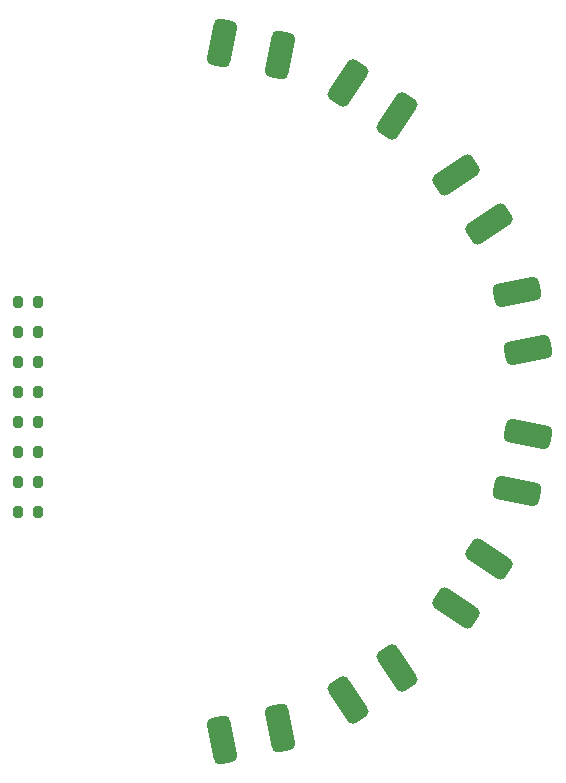
<source format=gbr>
%TF.GenerationSoftware,KiCad,Pcbnew,8.0.3*%
%TF.CreationDate,2024-07-20T13:21:27-05:00*%
%TF.ProjectId,tla_probe_sma_breakout,746c615f-7072-46f6-9265-5f736d615f62,rev?*%
%TF.SameCoordinates,Original*%
%TF.FileFunction,Paste,Bot*%
%TF.FilePolarity,Positive*%
%FSLAX46Y46*%
G04 Gerber Fmt 4.6, Leading zero omitted, Abs format (unit mm)*
G04 Created by KiCad (PCBNEW 8.0.3) date 2024-07-20 13:21:27*
%MOMM*%
%LPD*%
G01*
G04 APERTURE LIST*
G04 Aperture macros list*
%AMRoundRect*
0 Rectangle with rounded corners*
0 $1 Rounding radius*
0 $2 $3 $4 $5 $6 $7 $8 $9 X,Y pos of 4 corners*
0 Add a 4 corners polygon primitive as box body*
4,1,4,$2,$3,$4,$5,$6,$7,$8,$9,$2,$3,0*
0 Add four circle primitives for the rounded corners*
1,1,$1+$1,$2,$3*
1,1,$1+$1,$4,$5*
1,1,$1+$1,$6,$7*
1,1,$1+$1,$8,$9*
0 Add four rect primitives between the rounded corners*
20,1,$1+$1,$2,$3,$4,$5,0*
20,1,$1+$1,$4,$5,$6,$7,0*
20,1,$1+$1,$6,$7,$8,$9,0*
20,1,$1+$1,$8,$9,$2,$3,0*%
G04 Aperture macros list end*
%ADD10RoundRect,0.200000X0.200000X0.275000X-0.200000X0.275000X-0.200000X-0.275000X0.200000X-0.275000X0*%
%ADD11RoundRect,0.500000X-0.783028X1.373633X-0.197757X-1.568723X0.783028X-1.373633X0.197757X1.568723X0*%
%ADD12RoundRect,0.500000X-1.249090X0.969419X0.417621X-1.524990X1.249090X-0.969419X-0.417621X1.524990X0*%
%ADD13RoundRect,0.500000X-1.524990X0.417621X0.969419X-1.249090X1.524990X-0.417621X-0.969419X1.249090X0*%
%ADD14RoundRect,0.500000X-1.568723X-0.197757X1.373633X-0.783028X1.568723X0.197757X-1.373633X0.783028X0*%
%ADD15RoundRect,0.500000X-1.373633X-0.783028X1.568723X-0.197757X1.373633X0.783028X-1.568723X0.197757X0*%
%ADD16RoundRect,0.500000X-0.969419X-1.249090X1.524990X0.417621X0.969419X1.249090X-1.524990X-0.417621X0*%
%ADD17RoundRect,0.500000X-0.417621X-1.524990X1.249090X0.969419X0.417621X1.524990X-1.249090X-0.969419X0*%
%ADD18RoundRect,0.500000X0.197757X-1.568723X0.783028X1.373633X-0.197757X1.568723X-0.783028X-1.373633X0*%
G04 APERTURE END LIST*
D10*
%TO.C,R40*%
X118935000Y-76200000D03*
X117285000Y-76200000D03*
%TD*%
%TO.C,R39*%
X118935000Y-73660000D03*
X117285000Y-73660000D03*
%TD*%
%TO.C,R38*%
X118935000Y-71120000D03*
X117285000Y-71120000D03*
%TD*%
%TO.C,R37*%
X118935000Y-68580000D03*
X117285000Y-68580000D03*
%TD*%
%TO.C,R36*%
X118935000Y-66040000D03*
X117285000Y-66040000D03*
%TD*%
%TO.C,R35*%
X118935000Y-63500000D03*
X117285000Y-63500000D03*
%TD*%
%TO.C,R34*%
X118935000Y-60960000D03*
X117285000Y-60960000D03*
%TD*%
%TO.C,R33*%
X118935000Y-58420000D03*
X117285000Y-58420000D03*
%TD*%
D11*
%TO.C,J3*%
X139451963Y-94512274D03*
X134548037Y-95487726D03*
%TD*%
D12*
%TO.C,J5*%
X149328674Y-89361074D03*
X145171326Y-92138926D03*
%TD*%
D13*
%TO.C,J7*%
X157138926Y-80171326D03*
X154361074Y-84328674D03*
%TD*%
D14*
%TO.C,J9*%
X160487726Y-69548037D03*
X159512274Y-74451963D03*
%TD*%
D15*
%TO.C,J8*%
X159512274Y-57548037D03*
X160487726Y-62451963D03*
%TD*%
D16*
%TO.C,J6*%
X157138926Y-51828674D03*
X154361074Y-47671326D03*
%TD*%
D17*
%TO.C,J4*%
X149328674Y-42638926D03*
X145171326Y-39861074D03*
%TD*%
D18*
%TO.C,J2*%
X139451963Y-37487726D03*
X134548037Y-36512274D03*
%TD*%
M02*

</source>
